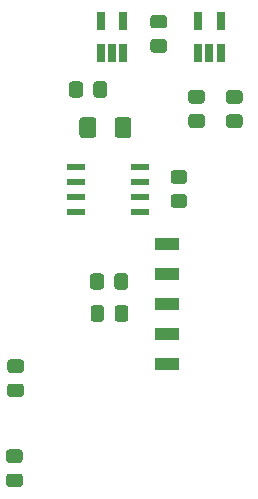
<source format=gbp>
G04 #@! TF.GenerationSoftware,KiCad,Pcbnew,5.1.10*
G04 #@! TF.CreationDate,2022-01-04T22:36:10-05:00*
G04 #@! TF.ProjectId,logger,6c6f6767-6572-42e6-9b69-6361645f7063,rev?*
G04 #@! TF.SameCoordinates,Original*
G04 #@! TF.FileFunction,Paste,Bot*
G04 #@! TF.FilePolarity,Positive*
%FSLAX46Y46*%
G04 Gerber Fmt 4.6, Leading zero omitted, Abs format (unit mm)*
G04 Created by KiCad (PCBNEW 5.1.10) date 2022-01-04 22:36:10*
%MOMM*%
%LPD*%
G01*
G04 APERTURE LIST*
%ADD10R,0.650000X1.560000*%
%ADD11R,1.550000X0.600000*%
%ADD12R,2.000000X1.000000*%
G04 APERTURE END LIST*
G36*
G01*
X127769199Y-103837000D02*
X128669201Y-103837000D01*
G75*
G02*
X128919200Y-104086999I0J-249999D01*
G01*
X128919200Y-104737001D01*
G75*
G02*
X128669201Y-104987000I-249999J0D01*
G01*
X127769199Y-104987000D01*
G75*
G02*
X127519200Y-104737001I0J249999D01*
G01*
X127519200Y-104086999D01*
G75*
G02*
X127769199Y-103837000I249999J0D01*
G01*
G37*
G36*
G01*
X127769199Y-101787000D02*
X128669201Y-101787000D01*
G75*
G02*
X128919200Y-102036999I0J-249999D01*
G01*
X128919200Y-102687001D01*
G75*
G02*
X128669201Y-102937000I-249999J0D01*
G01*
X127769199Y-102937000D01*
G75*
G02*
X127519200Y-102687001I0J249999D01*
G01*
X127519200Y-102036999D01*
G75*
G02*
X127769199Y-101787000I249999J0D01*
G01*
G37*
G36*
G01*
X127870799Y-94167000D02*
X128770801Y-94167000D01*
G75*
G02*
X129020800Y-94416999I0J-249999D01*
G01*
X129020800Y-95067001D01*
G75*
G02*
X128770801Y-95317000I-249999J0D01*
G01*
X127870799Y-95317000D01*
G75*
G02*
X127620800Y-95067001I0J249999D01*
G01*
X127620800Y-94416999D01*
G75*
G02*
X127870799Y-94167000I249999J0D01*
G01*
G37*
G36*
G01*
X127870799Y-96217000D02*
X128770801Y-96217000D01*
G75*
G02*
X129020800Y-96466999I0J-249999D01*
G01*
X129020800Y-97117001D01*
G75*
G02*
X128770801Y-97367000I-249999J0D01*
G01*
X127870799Y-97367000D01*
G75*
G02*
X127620800Y-97117001I0J249999D01*
G01*
X127620800Y-96466999D01*
G75*
G02*
X127870799Y-96217000I249999J0D01*
G01*
G37*
G36*
G01*
X134908600Y-71773201D02*
X134908600Y-70873199D01*
G75*
G02*
X135158599Y-70623200I249999J0D01*
G01*
X135808601Y-70623200D01*
G75*
G02*
X136058600Y-70873199I0J-249999D01*
G01*
X136058600Y-71773201D01*
G75*
G02*
X135808601Y-72023200I-249999J0D01*
G01*
X135158599Y-72023200D01*
G75*
G02*
X134908600Y-71773201I0J249999D01*
G01*
G37*
G36*
G01*
X132858600Y-71773201D02*
X132858600Y-70873199D01*
G75*
G02*
X133108599Y-70623200I249999J0D01*
G01*
X133758601Y-70623200D01*
G75*
G02*
X134008600Y-70873199I0J-249999D01*
G01*
X134008600Y-71773201D01*
G75*
G02*
X133758601Y-72023200I-249999J0D01*
G01*
X133108599Y-72023200D01*
G75*
G02*
X132858600Y-71773201I0J249999D01*
G01*
G37*
D10*
X145669000Y-68199000D03*
X144719000Y-68199000D03*
X143769000Y-68199000D03*
X143769000Y-65499000D03*
X145669000Y-65499000D03*
G36*
G01*
X138126500Y-73924000D02*
X138126500Y-75174000D01*
G75*
G02*
X137876500Y-75424000I-250000J0D01*
G01*
X136951500Y-75424000D01*
G75*
G02*
X136701500Y-75174000I0J250000D01*
G01*
X136701500Y-73924000D01*
G75*
G02*
X136951500Y-73674000I250000J0D01*
G01*
X137876500Y-73674000D01*
G75*
G02*
X138126500Y-73924000I0J-250000D01*
G01*
G37*
G36*
G01*
X135151500Y-73924000D02*
X135151500Y-75174000D01*
G75*
G02*
X134901500Y-75424000I-250000J0D01*
G01*
X133976500Y-75424000D01*
G75*
G02*
X133726500Y-75174000I0J250000D01*
G01*
X133726500Y-73924000D01*
G75*
G02*
X133976500Y-73674000I250000J0D01*
G01*
X134901500Y-73674000D01*
G75*
G02*
X135151500Y-73924000I0J-250000D01*
G01*
G37*
G36*
G01*
X137836600Y-87129199D02*
X137836600Y-88029201D01*
G75*
G02*
X137586601Y-88279200I-249999J0D01*
G01*
X136936599Y-88279200D01*
G75*
G02*
X136686600Y-88029201I0J249999D01*
G01*
X136686600Y-87129199D01*
G75*
G02*
X136936599Y-86879200I249999J0D01*
G01*
X137586601Y-86879200D01*
G75*
G02*
X137836600Y-87129199I0J-249999D01*
G01*
G37*
G36*
G01*
X135786600Y-87129199D02*
X135786600Y-88029201D01*
G75*
G02*
X135536601Y-88279200I-249999J0D01*
G01*
X134886599Y-88279200D01*
G75*
G02*
X134636600Y-88029201I0J249999D01*
G01*
X134636600Y-87129199D01*
G75*
G02*
X134886599Y-86879200I249999J0D01*
G01*
X135536601Y-86879200D01*
G75*
G02*
X135786600Y-87129199I0J-249999D01*
G01*
G37*
X137414000Y-68199000D03*
X136464000Y-68199000D03*
X135514000Y-68199000D03*
X135514000Y-65499000D03*
X137414000Y-65499000D03*
G36*
G01*
X142588401Y-81347000D02*
X141688399Y-81347000D01*
G75*
G02*
X141438400Y-81097001I0J249999D01*
G01*
X141438400Y-80446999D01*
G75*
G02*
X141688399Y-80197000I249999J0D01*
G01*
X142588401Y-80197000D01*
G75*
G02*
X142838400Y-80446999I0J-249999D01*
G01*
X142838400Y-81097001D01*
G75*
G02*
X142588401Y-81347000I-249999J0D01*
G01*
G37*
G36*
G01*
X142588401Y-79297000D02*
X141688399Y-79297000D01*
G75*
G02*
X141438400Y-79047001I0J249999D01*
G01*
X141438400Y-78396999D01*
G75*
G02*
X141688399Y-78147000I249999J0D01*
G01*
X142588401Y-78147000D01*
G75*
G02*
X142838400Y-78396999I0J-249999D01*
G01*
X142838400Y-79047001D01*
G75*
G02*
X142588401Y-79297000I-249999J0D01*
G01*
G37*
D11*
X138811000Y-77851000D03*
X138811000Y-79121000D03*
X138811000Y-80391000D03*
X138811000Y-81661000D03*
X133411000Y-81661000D03*
X133411000Y-80391000D03*
X133411000Y-79121000D03*
X133411000Y-77851000D03*
G36*
G01*
X147287401Y-74583200D02*
X146387399Y-74583200D01*
G75*
G02*
X146137400Y-74333201I0J249999D01*
G01*
X146137400Y-73683199D01*
G75*
G02*
X146387399Y-73433200I249999J0D01*
G01*
X147287401Y-73433200D01*
G75*
G02*
X147537400Y-73683199I0J-249999D01*
G01*
X147537400Y-74333201D01*
G75*
G02*
X147287401Y-74583200I-249999J0D01*
G01*
G37*
G36*
G01*
X147287401Y-72533200D02*
X146387399Y-72533200D01*
G75*
G02*
X146137400Y-72283201I0J249999D01*
G01*
X146137400Y-71633199D01*
G75*
G02*
X146387399Y-71383200I249999J0D01*
G01*
X147287401Y-71383200D01*
G75*
G02*
X147537400Y-71633199I0J-249999D01*
G01*
X147537400Y-72283201D01*
G75*
G02*
X147287401Y-72533200I-249999J0D01*
G01*
G37*
G36*
G01*
X143186999Y-73415200D02*
X144087001Y-73415200D01*
G75*
G02*
X144337000Y-73665199I0J-249999D01*
G01*
X144337000Y-74315201D01*
G75*
G02*
X144087001Y-74565200I-249999J0D01*
G01*
X143186999Y-74565200D01*
G75*
G02*
X142937000Y-74315201I0J249999D01*
G01*
X142937000Y-73665199D01*
G75*
G02*
X143186999Y-73415200I249999J0D01*
G01*
G37*
G36*
G01*
X143186999Y-71365200D02*
X144087001Y-71365200D01*
G75*
G02*
X144337000Y-71615199I0J-249999D01*
G01*
X144337000Y-72265201D01*
G75*
G02*
X144087001Y-72515200I-249999J0D01*
G01*
X143186999Y-72515200D01*
G75*
G02*
X142937000Y-72265201I0J249999D01*
G01*
X142937000Y-71615199D01*
G75*
G02*
X143186999Y-71365200I249999J0D01*
G01*
G37*
G36*
G01*
X140886601Y-66157800D02*
X139986599Y-66157800D01*
G75*
G02*
X139736600Y-65907801I0J249999D01*
G01*
X139736600Y-65257799D01*
G75*
G02*
X139986599Y-65007800I249999J0D01*
G01*
X140886601Y-65007800D01*
G75*
G02*
X141136600Y-65257799I0J-249999D01*
G01*
X141136600Y-65907801D01*
G75*
G02*
X140886601Y-66157800I-249999J0D01*
G01*
G37*
G36*
G01*
X140886601Y-68207800D02*
X139986599Y-68207800D01*
G75*
G02*
X139736600Y-67957801I0J249999D01*
G01*
X139736600Y-67307799D01*
G75*
G02*
X139986599Y-67057800I249999J0D01*
G01*
X140886601Y-67057800D01*
G75*
G02*
X141136600Y-67307799I0J-249999D01*
G01*
X141136600Y-67957801D01*
G75*
G02*
X140886601Y-68207800I-249999J0D01*
G01*
G37*
G36*
G01*
X134662000Y-90747001D02*
X134662000Y-89846999D01*
G75*
G02*
X134911999Y-89597000I249999J0D01*
G01*
X135562001Y-89597000D01*
G75*
G02*
X135812000Y-89846999I0J-249999D01*
G01*
X135812000Y-90747001D01*
G75*
G02*
X135562001Y-90997000I-249999J0D01*
G01*
X134911999Y-90997000D01*
G75*
G02*
X134662000Y-90747001I0J249999D01*
G01*
G37*
G36*
G01*
X136712000Y-90747001D02*
X136712000Y-89846999D01*
G75*
G02*
X136961999Y-89597000I249999J0D01*
G01*
X137612001Y-89597000D01*
G75*
G02*
X137862000Y-89846999I0J-249999D01*
G01*
X137862000Y-90747001D01*
G75*
G02*
X137612001Y-90997000I-249999J0D01*
G01*
X136961999Y-90997000D01*
G75*
G02*
X136712000Y-90747001I0J249999D01*
G01*
G37*
D12*
X141097000Y-94538800D03*
X141097000Y-91998800D03*
X141097000Y-89458800D03*
X141097000Y-86918800D03*
X141097000Y-84378800D03*
M02*

</source>
